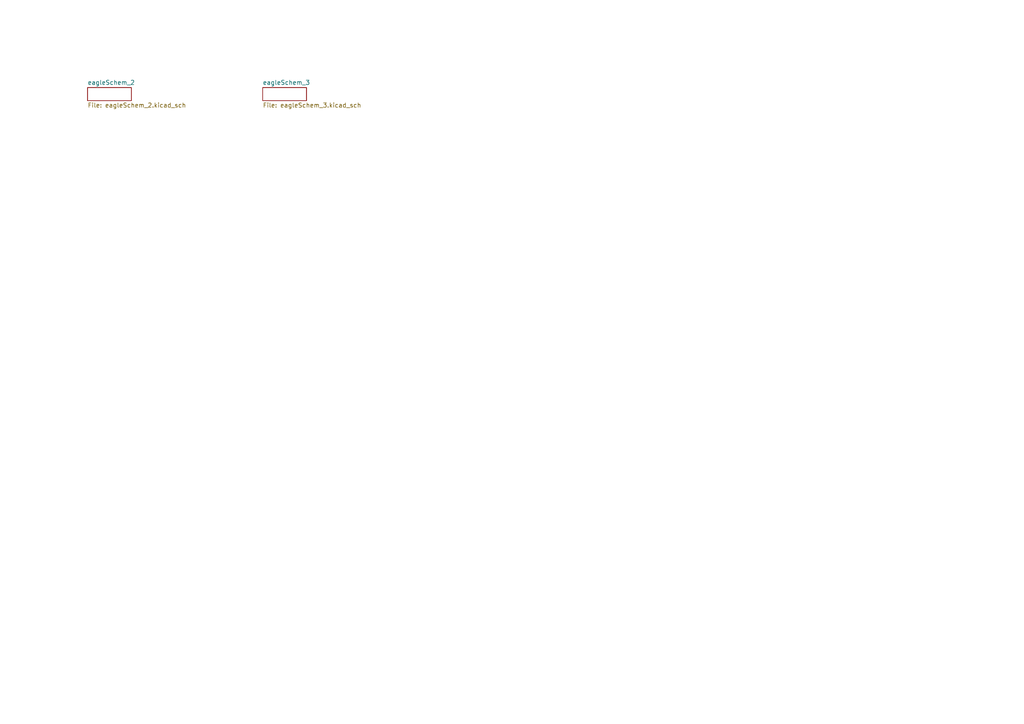
<source format=kicad_sch>
(kicad_sch (version 20211123) (generator eeschema)
  (paper "A4")
  (lib_symbols)
  (sheet (at 25.4 25.4) (size 12.7 3.81)
    (property "Sheet name" "eagleSchem_2" (at 25.4 24.6884 0) (effects (justify left bottom)))
    (property "Sheet file" "eagleSchem_2.kicad_sch" (at 25.4 29.7946 0) (effects (justify left top)))
  )
  (sheet (at 76.2 25.4) (size 12.7 3.81)
    (property "Sheet name" "eagleSchem_3" (at 76.2 24.6884 0) (effects (justify left bottom)))
    (property "Sheet file" "eagleSchem_3.kicad_sch" (at 76.2 29.7946 0) (effects (justify left top)))
  )
)
</source>
